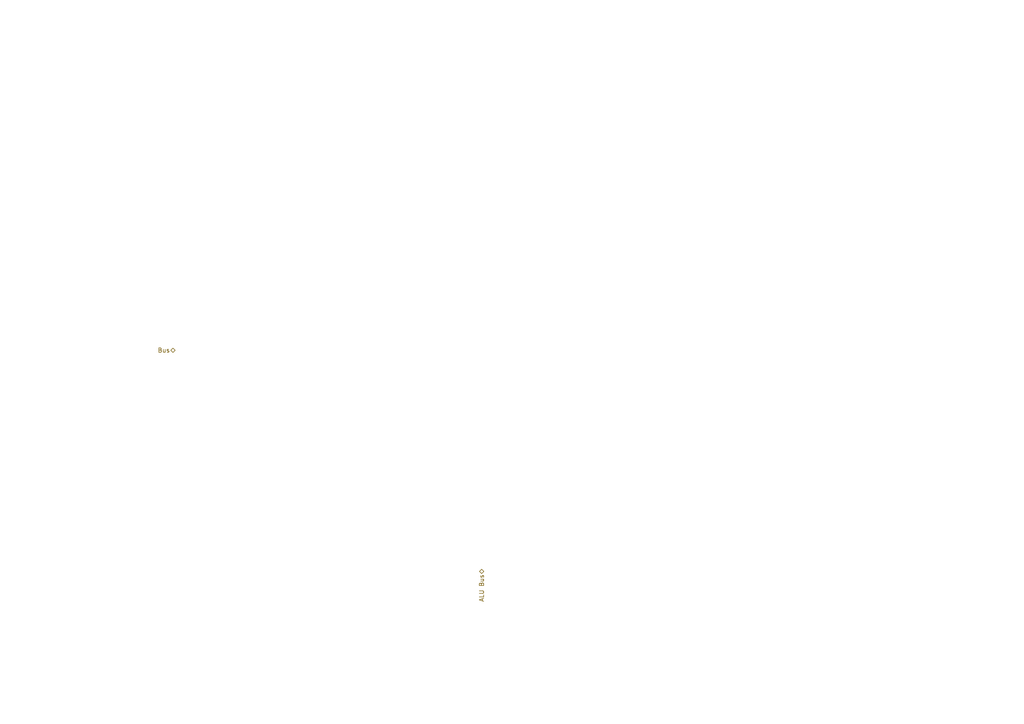
<source format=kicad_sch>
(kicad_sch (version 20211123) (generator eeschema)
  (paper "A4")
  (lib_symbols)
  (hierarchical_label "ALU Bus" (shape bidirectional) (at 139.7 165.1 270))
  (hierarchical_label "Bus" (shape bidirectional) (at 50.8 101.6 180))
)
</source>
